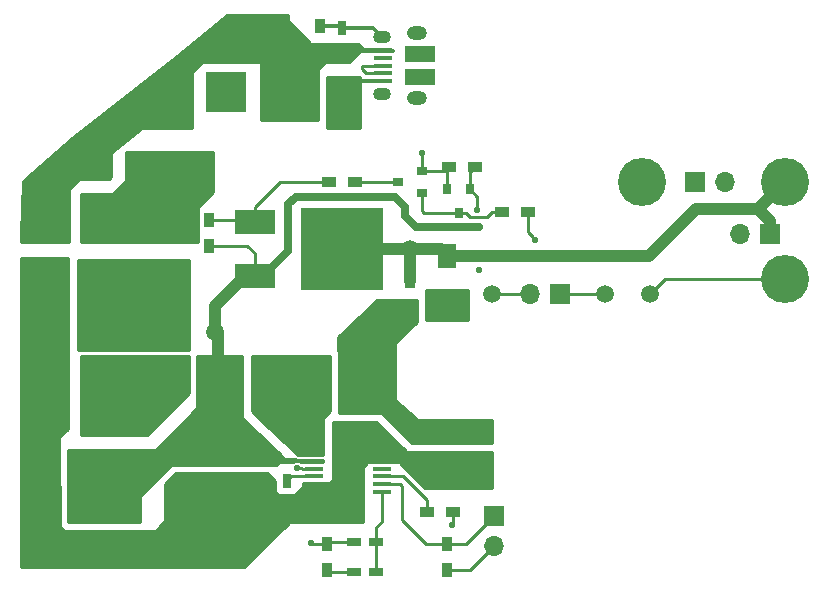
<source format=gbr>
G04 #@! TF.FileFunction,Copper,L1,Top,Signal*
%FSLAX46Y46*%
G04 Gerber Fmt 4.6, Leading zero omitted, Abs format (unit mm)*
G04 Created by KiCad (PCBNEW 4.0.7) date 02/27/19 21:10:27*
%MOMM*%
%LPD*%
G01*
G04 APERTURE LIST*
%ADD10C,0.100000*%
%ADD11R,3.500000X3.500000*%
%ADD12R,0.750000X1.200000*%
%ADD13R,2.000000X1.600000*%
%ADD14R,1.250000X1.500000*%
%ADD15R,1.200000X0.750000*%
%ADD16R,4.860000X3.360000*%
%ADD17R,1.400000X1.390000*%
%ADD18R,1.650000X0.400000*%
%ADD19O,1.500000X1.100000*%
%ADD20O,1.700000X1.200000*%
%ADD21R,2.500000X1.430000*%
%ADD22R,1.700000X1.700000*%
%ADD23O,1.700000X1.700000*%
%ADD24C,4.064000*%
%ADD25R,0.800000X0.900000*%
%ADD26R,0.900000X0.800000*%
%ADD27R,3.500000X2.000000*%
%ADD28R,7.000000X7.000000*%
%ADD29R,0.900000X1.200000*%
%ADD30R,1.200000X0.900000*%
%ADD31C,1.500000*%
%ADD32R,1.570000X0.410000*%
%ADD33R,2.460000X8.000000*%
%ADD34C,0.430000*%
%ADD35R,1.600000X2.000000*%
%ADD36R,5.300000X2.000000*%
%ADD37R,1.500000X2.500000*%
%ADD38R,2.286000X1.854500*%
%ADD39R,2.413000X3.429000*%
%ADD40C,0.558800*%
%ADD41C,0.304800*%
%ADD42C,0.254000*%
%ADD43C,0.635000*%
%ADD44C,1.016000*%
G04 APERTURE END LIST*
D10*
D11*
X68765000Y-57455000D03*
X74765000Y-57455000D03*
X71765000Y-52755000D03*
D12*
X78575000Y-52060000D03*
X78575000Y-53960000D03*
D13*
X61525000Y-63805000D03*
X57525000Y-63805000D03*
X57715000Y-78410000D03*
X53715000Y-78410000D03*
X56445000Y-89205000D03*
X52445000Y-89205000D03*
D14*
X64829775Y-88182335D03*
X64829775Y-90682335D03*
D15*
X81430000Y-98095000D03*
X79530000Y-98095000D03*
D14*
X67369775Y-88182335D03*
X67369775Y-90682335D03*
D15*
X81430000Y-95555000D03*
X79530000Y-95555000D03*
D12*
X71814775Y-88482335D03*
X71814775Y-90382335D03*
X73884775Y-90397335D03*
X73884775Y-92297335D03*
D14*
X87689775Y-86277335D03*
X87689775Y-88777335D03*
X85149775Y-86277335D03*
X85149775Y-88777335D03*
X69909775Y-88182335D03*
X69909775Y-90682335D03*
X90229775Y-86277335D03*
X90229775Y-88777335D03*
D16*
X80652000Y-82777335D03*
D17*
X76670000Y-81792335D03*
X76670000Y-83762335D03*
D18*
X82045000Y-56540000D03*
X82045000Y-55890000D03*
X82045000Y-55240000D03*
X82045000Y-54590000D03*
X82045000Y-53940000D03*
D19*
X81925000Y-57660000D03*
X81925000Y-52820000D03*
D20*
X84925000Y-57970000D03*
X84925000Y-52510000D03*
D21*
X85165000Y-56200000D03*
X85165000Y-54280000D03*
D22*
X60160000Y-93015000D03*
D23*
X60160000Y-95555000D03*
D22*
X114770000Y-69520000D03*
D23*
X112230000Y-69520000D03*
D22*
X108420000Y-65075000D03*
D23*
X110960000Y-65075000D03*
D22*
X96990000Y-74600000D03*
D23*
X94450000Y-74600000D03*
D24*
X116040000Y-65075000D03*
X116040000Y-73330000D03*
X103975000Y-65075000D03*
D25*
X89370000Y-65710000D03*
X87470000Y-65710000D03*
X88420000Y-67710000D03*
D26*
X85290000Y-66025000D03*
X85290000Y-64125000D03*
X83290000Y-65075000D03*
D27*
X71175000Y-68490000D03*
X71175000Y-73070000D03*
D28*
X78575000Y-70790000D03*
D29*
X76670000Y-51910000D03*
X76670000Y-54110000D03*
D30*
X89835000Y-63805000D03*
X87635000Y-63805000D03*
X92080000Y-67615000D03*
X94280000Y-67615000D03*
D29*
X67310000Y-70485000D03*
X67310000Y-68285000D03*
X84290000Y-73500000D03*
X84290000Y-75700000D03*
D30*
X77475000Y-65075000D03*
X79675000Y-65075000D03*
D29*
X77305000Y-97925000D03*
X77305000Y-95725000D03*
D30*
X85730000Y-93015000D03*
X87930000Y-93015000D03*
D29*
X87465000Y-95725000D03*
X87465000Y-97925000D03*
D31*
X52540000Y-96190000D03*
X67780000Y-77775000D03*
X79845000Y-78410000D03*
X84290000Y-70790000D03*
X100800000Y-74600000D03*
X91275000Y-74600000D03*
X104610000Y-74600000D03*
D32*
X76209775Y-87407335D03*
X76209775Y-88057335D03*
X76209775Y-88707335D03*
X76209775Y-89357335D03*
X76209775Y-90007335D03*
X76209775Y-90657335D03*
X76209775Y-91307335D03*
X81949775Y-91307335D03*
X81949775Y-90657335D03*
X81949775Y-90007335D03*
X81949775Y-89357335D03*
X81949775Y-88707335D03*
X81949775Y-88057335D03*
X81949775Y-87407335D03*
D33*
X79079775Y-89357335D03*
D34*
X78329775Y-89357335D03*
X79829775Y-89357335D03*
X78329775Y-90857335D03*
X79829775Y-90857335D03*
X78329775Y-87857335D03*
X79829775Y-87857335D03*
D13*
X56540000Y-92380000D03*
X52540000Y-92380000D03*
D35*
X87465000Y-71330000D03*
X87465000Y-75330000D03*
D36*
X62700000Y-81075000D03*
X62700000Y-74475000D03*
D22*
X91440000Y-93345000D03*
D23*
X91440000Y-95885000D03*
D13*
X57620000Y-82220000D03*
X53620000Y-82220000D03*
D37*
X57215000Y-67540000D03*
X54215000Y-67540000D03*
X54215000Y-74040000D03*
X57215000Y-74040000D03*
D38*
X60795000Y-85407750D03*
X60795000Y-89192250D03*
D39*
X68034000Y-82777335D03*
X73876000Y-82777335D03*
D40*
X79464000Y-60122000D03*
X77940000Y-60122000D03*
X77940000Y-59106000D03*
X79464000Y-59106000D03*
X79464000Y-57836000D03*
X77940000Y-57836000D03*
X77940000Y-56566000D03*
X79464000Y-56566000D03*
X66256000Y-68758000D03*
X66256000Y-67234000D03*
X66256000Y-66218000D03*
X66256000Y-65202000D03*
X75654000Y-92888000D03*
X52540000Y-94158000D03*
X52540000Y-90856000D03*
X52286000Y-87300000D03*
X51778000Y-82220000D03*
X51778000Y-78410000D03*
X53556000Y-83998000D03*
X53556000Y-80188000D03*
X53556000Y-76632000D03*
X52032000Y-74600000D03*
X52032000Y-73076000D03*
X85306000Y-62662000D03*
X90132000Y-72568000D03*
X89116000Y-76378000D03*
X89116000Y-75362000D03*
X85814000Y-75362000D03*
X89370000Y-90348000D03*
X88100000Y-90348000D03*
X86830000Y-90348000D03*
X85560000Y-90348000D03*
X83782000Y-88316000D03*
X75908000Y-95682000D03*
X87846000Y-94158000D03*
X72860000Y-92380000D03*
X71844000Y-91872000D03*
X69812000Y-92380000D03*
X68542000Y-92380000D03*
X67272000Y-92380000D03*
X66002000Y-92380000D03*
X64224000Y-92380000D03*
X90132000Y-68885000D03*
X94919473Y-69979668D03*
X90005000Y-67488000D03*
X91275000Y-74600000D03*
X74765000Y-89332000D03*
D41*
X78575000Y-52060000D02*
X81165000Y-52060000D01*
X81165000Y-52060000D02*
X81925000Y-52820000D01*
X76670000Y-51910000D02*
X78425000Y-51910000D01*
X78425000Y-51910000D02*
X78575000Y-52060000D01*
X78575000Y-53960000D02*
X76820000Y-53960000D01*
X76820000Y-53960000D02*
X76670000Y-54110000D01*
X82045000Y-53940000D02*
X78595000Y-53940000D01*
X78595000Y-53940000D02*
X78575000Y-53960000D01*
X77940000Y-59106000D02*
X77940000Y-60122000D01*
X79464000Y-57836000D02*
X79464000Y-59106000D01*
X77940000Y-56566000D02*
X77940000Y-57836000D01*
X82045000Y-56540000D02*
X79490000Y-56540000D01*
X79490000Y-56540000D02*
X79464000Y-56566000D01*
X79210000Y-57455000D02*
X79210000Y-59360000D01*
X80125000Y-56540000D02*
X79210000Y-57455000D01*
X82045000Y-56540000D02*
X80125000Y-56540000D01*
X66256000Y-66218000D02*
X66256000Y-67234000D01*
X61525000Y-63805000D02*
X64859000Y-63805000D01*
X64859000Y-63805000D02*
X66256000Y-65202000D01*
X73884775Y-92297335D02*
X75063335Y-92297335D01*
X75063335Y-92297335D02*
X75654000Y-92888000D01*
X52540000Y-92380000D02*
X52540000Y-94158000D01*
X52540000Y-92380000D02*
X52540000Y-90856000D01*
X52445000Y-89205000D02*
X52445000Y-87459000D01*
X52445000Y-87459000D02*
X52286000Y-87300000D01*
X53620000Y-82220000D02*
X51778000Y-82220000D01*
X53715000Y-78410000D02*
X51778000Y-78410000D01*
X53620000Y-82220000D02*
X53620000Y-83934000D01*
X53620000Y-83934000D02*
X53556000Y-83998000D01*
X53715000Y-78410000D02*
X53715000Y-80029000D01*
X53715000Y-80029000D02*
X53556000Y-80188000D01*
X53715000Y-78410000D02*
X53715000Y-76791000D01*
X53715000Y-76791000D02*
X53556000Y-76632000D01*
X54215000Y-74040000D02*
X52592000Y-74040000D01*
X52592000Y-74040000D02*
X52032000Y-74600000D01*
X54215000Y-74040000D02*
X52996000Y-74040000D01*
X52996000Y-74040000D02*
X52032000Y-73076000D01*
D42*
X85290000Y-64125000D02*
X85290000Y-62678000D01*
X85290000Y-62678000D02*
X85306000Y-62662000D01*
X87465000Y-75330000D02*
X88068000Y-75330000D01*
X88068000Y-75330000D02*
X89116000Y-76378000D01*
X87465000Y-75330000D02*
X89084000Y-75330000D01*
X89084000Y-75330000D02*
X89116000Y-75362000D01*
X87465000Y-75330000D02*
X85846000Y-75330000D01*
X85846000Y-75330000D02*
X85814000Y-75362000D01*
X90229775Y-88777335D02*
X90229775Y-89488225D01*
X90229775Y-89488225D02*
X89370000Y-90348000D01*
X87689775Y-88777335D02*
X87689775Y-89937775D01*
X87689775Y-89937775D02*
X88100000Y-90348000D01*
X87689775Y-88777335D02*
X87689775Y-89488225D01*
X87689775Y-89488225D02*
X86830000Y-90348000D01*
X85149775Y-88777335D02*
X85149775Y-89937775D01*
X85149775Y-89937775D02*
X85560000Y-90348000D01*
X85149775Y-88777335D02*
X84243335Y-88777335D01*
X84243335Y-88777335D02*
X83782000Y-88316000D01*
X77305000Y-95725000D02*
X75951000Y-95725000D01*
X75951000Y-95725000D02*
X75908000Y-95682000D01*
X87930000Y-93015000D02*
X87930000Y-94074000D01*
X87930000Y-94074000D02*
X87846000Y-94158000D01*
X73884775Y-92297335D02*
X72942665Y-92297335D01*
X72942665Y-92297335D02*
X72860000Y-92380000D01*
X71814775Y-90382335D02*
X71814775Y-91842775D01*
X71814775Y-91842775D02*
X71844000Y-91872000D01*
X69909775Y-90682335D02*
X69909775Y-92282225D01*
X69909775Y-92282225D02*
X69812000Y-92380000D01*
X67369775Y-90682335D02*
X67369775Y-91207775D01*
X67369775Y-91207775D02*
X68542000Y-92380000D01*
X67369775Y-90682335D02*
X67369775Y-92282225D01*
X67369775Y-92282225D02*
X67272000Y-92380000D01*
X64829775Y-90682335D02*
X64829775Y-91207775D01*
X64829775Y-91207775D02*
X66002000Y-92380000D01*
X64829775Y-90682335D02*
X64829775Y-91774225D01*
X64829775Y-91774225D02*
X64224000Y-92380000D01*
X79530000Y-95555000D02*
X77475000Y-95555000D01*
X77475000Y-95555000D02*
X77305000Y-95725000D01*
X87470000Y-65710000D02*
X87470000Y-63970000D01*
X87470000Y-63970000D02*
X87635000Y-63805000D01*
X85290000Y-64125000D02*
X87315000Y-64125000D01*
X87315000Y-64125000D02*
X87635000Y-63805000D01*
D43*
X89716966Y-68885000D02*
X90132000Y-68885000D01*
X84798000Y-68885000D02*
X89716966Y-68885000D01*
X83909000Y-67996000D02*
X84798000Y-68885000D01*
X83909000Y-67234000D02*
X83909000Y-67996000D01*
X83020000Y-66345000D02*
X83909000Y-67234000D01*
X80353000Y-66345000D02*
X83020000Y-66345000D01*
X74638000Y-66345000D02*
X80353000Y-66345000D01*
X74003000Y-66980000D02*
X74638000Y-66345000D01*
X74003000Y-69520000D02*
X74003000Y-66980000D01*
X74003000Y-70917000D02*
X74003000Y-69520000D01*
X71850000Y-73070000D02*
X74003000Y-70917000D01*
X71175000Y-73070000D02*
X71850000Y-73070000D01*
D41*
X76209775Y-88707335D02*
X72039775Y-88707335D01*
X72039775Y-88707335D02*
X71814775Y-88482335D01*
D42*
X67310000Y-70485000D02*
X70549855Y-70485000D01*
X70549855Y-70485000D02*
X71175000Y-71110145D01*
X71175000Y-71110145D02*
X71175000Y-73070000D01*
D44*
X67780000Y-77775000D02*
X67780000Y-75616000D01*
X67780000Y-75616000D02*
X70326000Y-73070000D01*
X70326000Y-73070000D02*
X71175000Y-73070000D01*
X68034000Y-82777335D02*
X68034000Y-78029000D01*
X68034000Y-78029000D02*
X67780000Y-77775000D01*
D42*
X81430000Y-95555000D02*
X81430000Y-98095000D01*
X81949775Y-93831225D02*
X81430000Y-94351000D01*
X81430000Y-94351000D02*
X81430000Y-95555000D01*
X81949775Y-91307335D02*
X81949775Y-93831225D01*
X79530000Y-98095000D02*
X77475000Y-98095000D01*
X77475000Y-98095000D02*
X77305000Y-97925000D01*
X76209775Y-90007335D02*
X74274775Y-90007335D01*
X74274775Y-90007335D02*
X73884775Y-90397335D01*
X80226000Y-55550000D02*
X80566000Y-55890000D01*
X80566000Y-55890000D02*
X82045000Y-55890000D01*
X80226000Y-55296000D02*
X80226000Y-55550000D01*
X80282000Y-55240000D02*
X80226000Y-55296000D01*
X82045000Y-55240000D02*
X80282000Y-55240000D01*
D44*
X84290000Y-73500000D02*
X84290000Y-70790000D01*
X114262000Y-67869000D02*
X113754000Y-67361000D01*
X114770000Y-68377000D02*
X114262000Y-67869000D01*
X114770000Y-69520000D02*
X114770000Y-68377000D01*
X108547000Y-67361000D02*
X113754000Y-67361000D01*
X113754000Y-67361000D02*
X116040000Y-65075000D01*
X104578000Y-71330000D02*
X108547000Y-67361000D01*
X87465000Y-71330000D02*
X104578000Y-71330000D01*
X84290000Y-70790000D02*
X86925000Y-70790000D01*
X86925000Y-70790000D02*
X87465000Y-71330000D01*
X78575000Y-70790000D02*
X84290000Y-70790000D01*
D42*
X94640074Y-69700269D02*
X94919473Y-69979668D01*
X94280000Y-67615000D02*
X94280000Y-69340195D01*
X94280000Y-69340195D02*
X94640074Y-69700269D01*
X100800000Y-74600000D02*
X96990000Y-74600000D01*
X90005000Y-67488000D02*
X90005000Y-66345000D01*
X90005000Y-66345000D02*
X89370000Y-65710000D01*
X91275000Y-74600000D02*
X94450000Y-74600000D01*
X75145440Y-89332000D02*
X74765000Y-89332000D01*
X76209775Y-89357335D02*
X75170775Y-89357335D01*
X75170775Y-89357335D02*
X75145440Y-89332000D01*
X89370000Y-65710000D02*
X89370000Y-64270000D01*
X89370000Y-64270000D02*
X89835000Y-63805000D01*
X116040000Y-73330000D02*
X105880000Y-73330000D01*
X105880000Y-73330000D02*
X104610000Y-74600000D01*
X88420000Y-67710000D02*
X89074000Y-67710000D01*
X89074000Y-67710000D02*
X89410801Y-68046801D01*
X89410801Y-68046801D02*
X90794199Y-68046801D01*
X90794199Y-68046801D02*
X91226000Y-67615000D01*
X91226000Y-67615000D02*
X92080000Y-67615000D01*
X88420000Y-67710000D02*
X85456459Y-67710000D01*
X85456459Y-67710000D02*
X85290000Y-67543541D01*
X85290000Y-67543541D02*
X85290000Y-66025000D01*
X79675000Y-65075000D02*
X83290000Y-65075000D01*
X67310000Y-68285000D02*
X70970000Y-68285000D01*
X70970000Y-68285000D02*
X71175000Y-68490000D01*
X71175000Y-68490000D02*
X71175000Y-67236000D01*
X73336000Y-65075000D02*
X76621000Y-65075000D01*
X71175000Y-67236000D02*
X73336000Y-65075000D01*
X76621000Y-65075000D02*
X77475000Y-65075000D01*
X83695335Y-90007335D02*
X85730000Y-92042000D01*
X85730000Y-92042000D02*
X85730000Y-93015000D01*
X81949775Y-90007335D02*
X83695335Y-90007335D01*
X87465000Y-95725000D02*
X89060000Y-95725000D01*
X89060000Y-95725000D02*
X91440000Y-93345000D01*
X83655000Y-93713500D02*
X85666500Y-95725000D01*
X85666500Y-95725000D02*
X87465000Y-95725000D01*
X83655000Y-90856000D02*
X83655000Y-93713500D01*
X83456335Y-90657335D02*
X83655000Y-90856000D01*
X81949775Y-90657335D02*
X83456335Y-90657335D01*
X87465000Y-97925000D02*
X89400000Y-97925000D01*
X89400000Y-97925000D02*
X90590001Y-96734999D01*
X90590001Y-96734999D02*
X91440000Y-95885000D01*
G36*
X84925000Y-75118530D02*
X84899759Y-75179317D01*
X84899442Y-75543087D01*
X84925000Y-75604942D01*
X84925000Y-76957619D01*
X83187583Y-78570935D01*
X83184197Y-78574197D01*
X83057197Y-78701197D01*
X83029334Y-78743211D01*
X83020000Y-78791000D01*
X83020000Y-83490000D01*
X83030006Y-83539410D01*
X83063824Y-83585973D01*
X84968824Y-85236973D01*
X85012716Y-85261771D01*
X85052000Y-85268000D01*
X91275000Y-85268000D01*
X91275000Y-87173000D01*
X84469606Y-87173000D01*
X81966803Y-84670197D01*
X81924789Y-84642334D01*
X81877000Y-84633000D01*
X78295282Y-84633000D01*
X78321000Y-84506000D01*
X78321000Y-79680000D01*
X78277573Y-79449205D01*
X78194000Y-79319329D01*
X78194000Y-78211489D01*
X81545768Y-75108000D01*
X84925000Y-75108000D01*
X84925000Y-75118530D01*
X84925000Y-75118530D01*
G37*
X84925000Y-75118530D02*
X84899759Y-75179317D01*
X84899442Y-75543087D01*
X84925000Y-75604942D01*
X84925000Y-76957619D01*
X83187583Y-78570935D01*
X83184197Y-78574197D01*
X83057197Y-78701197D01*
X83029334Y-78743211D01*
X83020000Y-78791000D01*
X83020000Y-83490000D01*
X83030006Y-83539410D01*
X83063824Y-83585973D01*
X84968824Y-85236973D01*
X85012716Y-85261771D01*
X85052000Y-85268000D01*
X91275000Y-85268000D01*
X91275000Y-87173000D01*
X84469606Y-87173000D01*
X81966803Y-84670197D01*
X81924789Y-84642334D01*
X81877000Y-84633000D01*
X78295282Y-84633000D01*
X78321000Y-84506000D01*
X78321000Y-79680000D01*
X78277573Y-79449205D01*
X78194000Y-79319329D01*
X78194000Y-78211489D01*
X81545768Y-75108000D01*
X84925000Y-75108000D01*
X84925000Y-75118530D01*
G36*
X77559000Y-84453394D02*
X76961197Y-85051197D01*
X76933334Y-85093211D01*
X76924000Y-85141000D01*
X76924000Y-88165666D01*
X75424775Y-88165666D01*
X75302410Y-88188691D01*
X75301930Y-88189000D01*
X74815708Y-88189000D01*
X72313671Y-85812065D01*
X70955000Y-84453394D01*
X70955000Y-79807000D01*
X77559000Y-79807000D01*
X77559000Y-84453394D01*
X77559000Y-84453394D01*
G37*
X77559000Y-84453394D02*
X76961197Y-85051197D01*
X76933334Y-85093211D01*
X76924000Y-85141000D01*
X76924000Y-88165666D01*
X75424775Y-88165666D01*
X75302410Y-88188691D01*
X75301930Y-88189000D01*
X74815708Y-88189000D01*
X72313671Y-85812065D01*
X70955000Y-84453394D01*
X70955000Y-79807000D01*
X77559000Y-79807000D01*
X77559000Y-84453394D01*
G36*
X70066000Y-85014000D02*
X70076006Y-85063410D01*
X70105048Y-85105616D01*
X73279098Y-88152704D01*
X73659197Y-88532803D01*
X73701211Y-88560666D01*
X73749000Y-88570000D01*
X74559882Y-88570000D01*
X74636534Y-88620185D01*
X74765000Y-88646200D01*
X76924000Y-88646200D01*
X76924000Y-88815666D01*
X75424775Y-88815666D01*
X75380484Y-88824000D01*
X75119240Y-88824000D01*
X75110762Y-88815507D01*
X74886789Y-88722506D01*
X74644275Y-88722294D01*
X74420140Y-88814905D01*
X74411029Y-88824000D01*
X73241000Y-88824000D01*
X73191590Y-88834006D01*
X73151197Y-88861197D01*
X72934394Y-89078000D01*
X64097000Y-89078000D01*
X64047590Y-89088006D01*
X64007197Y-89115197D01*
X61467197Y-91655197D01*
X61439334Y-91697211D01*
X61430000Y-91745000D01*
X61430000Y-93904000D01*
X55334000Y-93904000D01*
X55334000Y-87808000D01*
X62700000Y-87808000D01*
X62749410Y-87797994D01*
X62789803Y-87770803D01*
X66218803Y-84341803D01*
X66246666Y-84299789D01*
X66256000Y-84252000D01*
X66256000Y-79807000D01*
X70066000Y-79807000D01*
X70066000Y-85014000D01*
X70066000Y-85014000D01*
G37*
X70066000Y-85014000D02*
X70076006Y-85063410D01*
X70105048Y-85105616D01*
X73279098Y-88152704D01*
X73659197Y-88532803D01*
X73701211Y-88560666D01*
X73749000Y-88570000D01*
X74559882Y-88570000D01*
X74636534Y-88620185D01*
X74765000Y-88646200D01*
X76924000Y-88646200D01*
X76924000Y-88815666D01*
X75424775Y-88815666D01*
X75380484Y-88824000D01*
X75119240Y-88824000D01*
X75110762Y-88815507D01*
X74886789Y-88722506D01*
X74644275Y-88722294D01*
X74420140Y-88814905D01*
X74411029Y-88824000D01*
X73241000Y-88824000D01*
X73191590Y-88834006D01*
X73151197Y-88861197D01*
X72934394Y-89078000D01*
X64097000Y-89078000D01*
X64047590Y-89088006D01*
X64007197Y-89115197D01*
X61467197Y-91655197D01*
X61439334Y-91697211D01*
X61430000Y-91745000D01*
X61430000Y-93904000D01*
X55334000Y-93904000D01*
X55334000Y-87808000D01*
X62700000Y-87808000D01*
X62749410Y-87797994D01*
X62789803Y-87770803D01*
X66218803Y-84341803D01*
X66246666Y-84299789D01*
X66256000Y-84252000D01*
X66256000Y-79807000D01*
X70066000Y-79807000D01*
X70066000Y-85014000D01*
G36*
X55334000Y-85977394D02*
X54609197Y-86702197D01*
X54581334Y-86744211D01*
X54572000Y-86792000D01*
X54572000Y-87300000D01*
X54572021Y-87302309D01*
X54699021Y-94287309D01*
X54709923Y-94336529D01*
X54736197Y-94374803D01*
X54990197Y-94628803D01*
X55032211Y-94656666D01*
X55080000Y-94666000D01*
X62700000Y-94666000D01*
X62749410Y-94655994D01*
X62796426Y-94621651D01*
X63558426Y-93732651D01*
X63582984Y-93688624D01*
X63589000Y-93650000D01*
X63589000Y-90654606D01*
X64530606Y-89713000D01*
X72172394Y-89713000D01*
X72860000Y-90400606D01*
X72860000Y-91237000D01*
X72870006Y-91286410D01*
X72897197Y-91326803D01*
X73151197Y-91580803D01*
X73193211Y-91608666D01*
X73241000Y-91618000D01*
X74511000Y-91618000D01*
X74560410Y-91607994D01*
X74600803Y-91580803D01*
X75235803Y-90945803D01*
X75263666Y-90903789D01*
X75273000Y-90856000D01*
X75273000Y-90602000D01*
X77432000Y-90602000D01*
X77481410Y-90591994D01*
X77521803Y-90564803D01*
X77775803Y-90310803D01*
X77803666Y-90268789D01*
X77813000Y-90221000D01*
X77813000Y-85447606D01*
X77865606Y-85395000D01*
X81443394Y-85395000D01*
X83946197Y-87897803D01*
X83988211Y-87925666D01*
X84036000Y-87935000D01*
X91275000Y-87935000D01*
X91275000Y-90983000D01*
X85612606Y-90983000D01*
X83490803Y-88861197D01*
X83448789Y-88833334D01*
X83401000Y-88824000D01*
X82775929Y-88824000D01*
X82734775Y-88815666D01*
X81164775Y-88815666D01*
X81120484Y-88824000D01*
X80734000Y-88824000D01*
X80684590Y-88834006D01*
X80644197Y-88861197D01*
X80390197Y-89115197D01*
X80362334Y-89157211D01*
X80353000Y-89205000D01*
X80353000Y-93904000D01*
X74130000Y-93904000D01*
X74080590Y-93914006D01*
X74040197Y-93941197D01*
X70267394Y-97714000D01*
X51397000Y-97714000D01*
X51397000Y-71552000D01*
X55334000Y-71552000D01*
X55334000Y-85977394D01*
X55334000Y-85977394D01*
G37*
X55334000Y-85977394D02*
X54609197Y-86702197D01*
X54581334Y-86744211D01*
X54572000Y-86792000D01*
X54572000Y-87300000D01*
X54572021Y-87302309D01*
X54699021Y-94287309D01*
X54709923Y-94336529D01*
X54736197Y-94374803D01*
X54990197Y-94628803D01*
X55032211Y-94656666D01*
X55080000Y-94666000D01*
X62700000Y-94666000D01*
X62749410Y-94655994D01*
X62796426Y-94621651D01*
X63558426Y-93732651D01*
X63582984Y-93688624D01*
X63589000Y-93650000D01*
X63589000Y-90654606D01*
X64530606Y-89713000D01*
X72172394Y-89713000D01*
X72860000Y-90400606D01*
X72860000Y-91237000D01*
X72870006Y-91286410D01*
X72897197Y-91326803D01*
X73151197Y-91580803D01*
X73193211Y-91608666D01*
X73241000Y-91618000D01*
X74511000Y-91618000D01*
X74560410Y-91607994D01*
X74600803Y-91580803D01*
X75235803Y-90945803D01*
X75263666Y-90903789D01*
X75273000Y-90856000D01*
X75273000Y-90602000D01*
X77432000Y-90602000D01*
X77481410Y-90591994D01*
X77521803Y-90564803D01*
X77775803Y-90310803D01*
X77803666Y-90268789D01*
X77813000Y-90221000D01*
X77813000Y-85447606D01*
X77865606Y-85395000D01*
X81443394Y-85395000D01*
X83946197Y-87897803D01*
X83988211Y-87925666D01*
X84036000Y-87935000D01*
X91275000Y-87935000D01*
X91275000Y-90983000D01*
X85612606Y-90983000D01*
X83490803Y-88861197D01*
X83448789Y-88833334D01*
X83401000Y-88824000D01*
X82775929Y-88824000D01*
X82734775Y-88815666D01*
X81164775Y-88815666D01*
X81120484Y-88824000D01*
X80734000Y-88824000D01*
X80684590Y-88834006D01*
X80644197Y-88861197D01*
X80390197Y-89115197D01*
X80362334Y-89157211D01*
X80353000Y-89205000D01*
X80353000Y-93904000D01*
X74130000Y-93904000D01*
X74080590Y-93914006D01*
X74040197Y-93941197D01*
X70267394Y-97714000D01*
X51397000Y-97714000D01*
X51397000Y-71552000D01*
X55334000Y-71552000D01*
X55334000Y-85977394D01*
G36*
X65621000Y-82929394D02*
X62012394Y-86538000D01*
X56477000Y-86538000D01*
X56477000Y-79807000D01*
X65621000Y-79807000D01*
X65621000Y-82929394D01*
X65621000Y-82929394D01*
G37*
X65621000Y-82929394D02*
X62012394Y-86538000D01*
X56477000Y-86538000D01*
X56477000Y-79807000D01*
X65621000Y-79807000D01*
X65621000Y-82929394D01*
G36*
X65621000Y-79299000D02*
X56223000Y-79299000D01*
X56223000Y-71679000D01*
X65621000Y-71679000D01*
X65621000Y-79299000D01*
X65621000Y-79299000D01*
G37*
X65621000Y-79299000D02*
X56223000Y-79299000D01*
X56223000Y-71679000D01*
X65621000Y-71679000D01*
X65621000Y-79299000D01*
G36*
X80099000Y-60503000D02*
X77305000Y-60503000D01*
X77305000Y-56185000D01*
X80099000Y-56185000D01*
X80099000Y-60503000D01*
X80099000Y-60503000D01*
G37*
X80099000Y-60503000D02*
X77305000Y-60503000D01*
X77305000Y-56185000D01*
X80099000Y-56185000D01*
X80099000Y-60503000D01*
G36*
X74003000Y-51486000D02*
X74013006Y-51535410D01*
X74040197Y-51575803D01*
X75818197Y-53353803D01*
X75860211Y-53381666D01*
X75908000Y-53391000D01*
X79927451Y-53391000D01*
X80527664Y-53871170D01*
X80572497Y-53894223D01*
X80607000Y-53899000D01*
X82893000Y-53899000D01*
X82893000Y-54026000D01*
X80099000Y-54026000D01*
X80049590Y-54036006D01*
X80009197Y-54063197D01*
X79157394Y-54915000D01*
X77178000Y-54915000D01*
X77128590Y-54925006D01*
X77088197Y-54952197D01*
X76580197Y-55460197D01*
X76552334Y-55502211D01*
X76543000Y-55550000D01*
X76543000Y-59868000D01*
X71717000Y-59868000D01*
X71717000Y-55042000D01*
X71706994Y-54992590D01*
X71678553Y-54950965D01*
X71636159Y-54923685D01*
X71590000Y-54915000D01*
X66764000Y-54915000D01*
X66714590Y-54925006D01*
X66674197Y-54952197D01*
X65912197Y-55714197D01*
X65884334Y-55756211D01*
X65875000Y-55804000D01*
X65875000Y-60503000D01*
X61684000Y-60503000D01*
X61634590Y-60513006D01*
X61604664Y-60530830D01*
X59064664Y-62562830D01*
X59032331Y-62601509D01*
X59017000Y-62662000D01*
X59017000Y-64641394D01*
X58837394Y-64821000D01*
X56350000Y-64821000D01*
X56300590Y-64831006D01*
X56260197Y-64858197D01*
X55498197Y-65620197D01*
X55470334Y-65662211D01*
X55461000Y-65710000D01*
X55461000Y-70155000D01*
X51397000Y-70155000D01*
X51397000Y-69521762D01*
X51522414Y-65006859D01*
X55669223Y-61362694D01*
X64556463Y-54379862D01*
X64556979Y-54379455D01*
X68840293Y-50978000D01*
X74003000Y-50978000D01*
X74003000Y-51486000D01*
X74003000Y-51486000D01*
G37*
X74003000Y-51486000D02*
X74013006Y-51535410D01*
X74040197Y-51575803D01*
X75818197Y-53353803D01*
X75860211Y-53381666D01*
X75908000Y-53391000D01*
X79927451Y-53391000D01*
X80527664Y-53871170D01*
X80572497Y-53894223D01*
X80607000Y-53899000D01*
X82893000Y-53899000D01*
X82893000Y-54026000D01*
X80099000Y-54026000D01*
X80049590Y-54036006D01*
X80009197Y-54063197D01*
X79157394Y-54915000D01*
X77178000Y-54915000D01*
X77128590Y-54925006D01*
X77088197Y-54952197D01*
X76580197Y-55460197D01*
X76552334Y-55502211D01*
X76543000Y-55550000D01*
X76543000Y-59868000D01*
X71717000Y-59868000D01*
X71717000Y-55042000D01*
X71706994Y-54992590D01*
X71678553Y-54950965D01*
X71636159Y-54923685D01*
X71590000Y-54915000D01*
X66764000Y-54915000D01*
X66714590Y-54925006D01*
X66674197Y-54952197D01*
X65912197Y-55714197D01*
X65884334Y-55756211D01*
X65875000Y-55804000D01*
X65875000Y-60503000D01*
X61684000Y-60503000D01*
X61634590Y-60513006D01*
X61604664Y-60530830D01*
X59064664Y-62562830D01*
X59032331Y-62601509D01*
X59017000Y-62662000D01*
X59017000Y-64641394D01*
X58837394Y-64821000D01*
X56350000Y-64821000D01*
X56300590Y-64831006D01*
X56260197Y-64858197D01*
X55498197Y-65620197D01*
X55470334Y-65662211D01*
X55461000Y-65710000D01*
X55461000Y-70155000D01*
X51397000Y-70155000D01*
X51397000Y-69521762D01*
X51522414Y-65006859D01*
X55669223Y-61362694D01*
X64556463Y-54379862D01*
X64556979Y-54379455D01*
X68840293Y-50978000D01*
X74003000Y-50978000D01*
X74003000Y-51486000D01*
G36*
X89243000Y-76759000D02*
X85687000Y-76759000D01*
X85687000Y-74219000D01*
X89243000Y-74219000D01*
X89243000Y-76759000D01*
X89243000Y-76759000D01*
G37*
X89243000Y-76759000D02*
X85687000Y-76759000D01*
X85687000Y-74219000D01*
X89243000Y-74219000D01*
X89243000Y-76759000D01*
G36*
X67653000Y-65911394D02*
X66420197Y-67144197D01*
X66392334Y-67186211D01*
X66383000Y-67234000D01*
X66383000Y-70155000D01*
X56477000Y-70155000D01*
X56477000Y-66091000D01*
X59144000Y-66091000D01*
X59193410Y-66080994D01*
X59233803Y-66053803D01*
X60249803Y-65037803D01*
X60277666Y-64995789D01*
X60287000Y-64948000D01*
X60287000Y-62535000D01*
X67653000Y-62535000D01*
X67653000Y-65911394D01*
X67653000Y-65911394D01*
G37*
X67653000Y-65911394D02*
X66420197Y-67144197D01*
X66392334Y-67186211D01*
X66383000Y-67234000D01*
X66383000Y-70155000D01*
X56477000Y-70155000D01*
X56477000Y-66091000D01*
X59144000Y-66091000D01*
X59193410Y-66080994D01*
X59233803Y-66053803D01*
X60249803Y-65037803D01*
X60277666Y-64995789D01*
X60287000Y-64948000D01*
X60287000Y-62535000D01*
X67653000Y-62535000D01*
X67653000Y-65911394D01*
M02*

</source>
